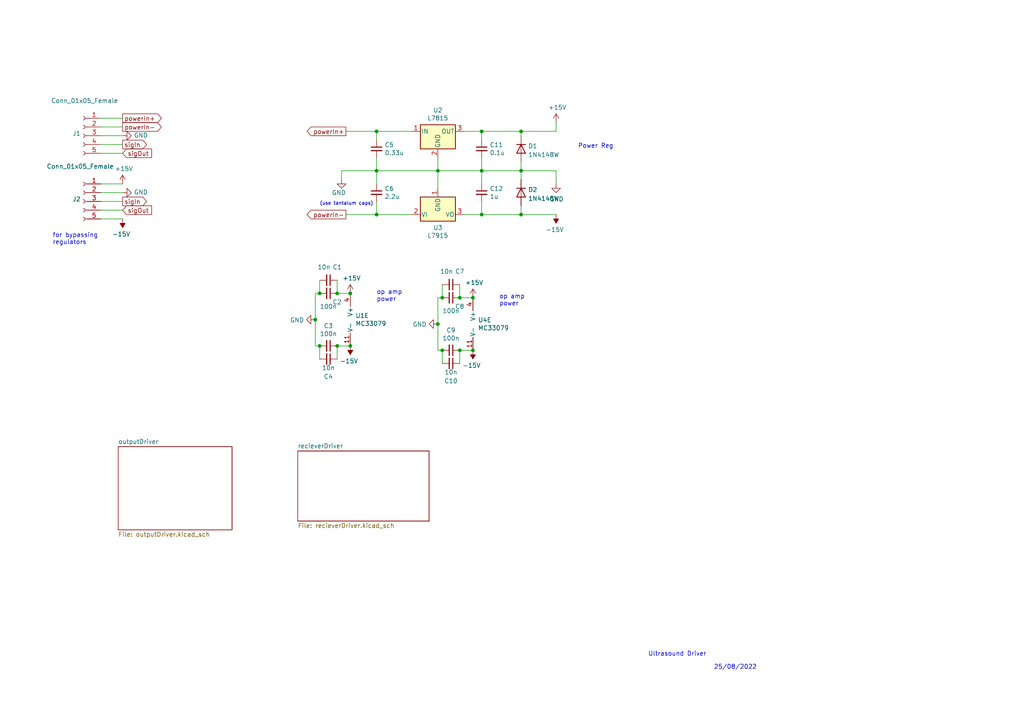
<source format=kicad_sch>
(kicad_sch (version 20211123) (generator eeschema)
  (paper "A4")
  (lib_symbols
    (symbol "Amplifier_Operational:MC33079" (pin_names (offset 0.127))
      (property "Reference" "U" (at 0 5.08 0))
      (property "Value" "MC33079" (at 0 -5.08 0))
      (symbol "MC33079_1_1"
        (polyline (pts (xy -5.08 5.08) (xy 5.08 0) (xy -5.08 -5.08) (xy -5.08 5.08)) (stroke (width 0.254)) (fill (type background)))
        (pin output line (at 7.62 0 180) (length 2.54) (name "~") (number "1"))
        (pin input line (at -7.62 -2.54 0) (length 2.54) (name "-") (number "2"))
        (pin input line (at -7.62 2.54 0) (length 2.54) (name "+") (number "3"))
      )
      (symbol "MC33079_2_1"
        (polyline (pts (xy -5.08 5.08) (xy 5.08 0) (xy -5.08 -5.08) (xy -5.08 5.08)) (stroke (width 0.254)) (fill (type background)))
        (pin input line (at -7.62 2.54 0) (length 2.54) (name "+") (number "5"))
        (pin input line (at -7.62 -2.54 0) (length 2.54) (name "-") (number "6"))
        (pin output line (at 7.62 0 180) (length 2.54) (name "~") (number "7"))
      )
      (symbol "MC33079_3_1"
        (polyline (pts (xy -5.08 5.08) (xy 5.08 0) (xy -5.08 -5.08) (xy -5.08 5.08)) (stroke (width 0.254)) (fill (type background)))
        (pin input line (at -7.62 2.54 0) (length 2.54) (name "+") (number "10"))
        (pin output line (at 7.62 0 180) (length 2.54) (name "~") (number "8"))
        (pin input line (at -7.62 -2.54 0) (length 2.54) (name "-") (number "9"))
      )
      (symbol "MC33079_4_1"
        (polyline (pts (xy -5.08 5.08) (xy 5.08 0) (xy -5.08 -5.08) (xy -5.08 5.08)) (stroke (width 0.254)) (fill (type background)))
        (pin input line (at -7.62 2.54 0) (length 2.54) (name "+") (number "12"))
        (pin input line (at -7.62 -2.54 0) (length 2.54) (name "-") (number "13"))
        (pin output line (at 7.62 0 180) (length 2.54) (name "~") (number "14"))
      )
      (symbol "MC33079_5_1"
        (pin power_in line (at -2.54 -7.62 90) (length 3.81) (name "V-") (number "11"))
        (pin power_in line (at -2.54 7.62 270) (length 3.81) (name "V+") (number "4"))
      )
    )
    (symbol "Connector:Conn_01x05_Female" (pin_names (offset 1.016) hide)
      (property "Reference" "J" (at 0 7.62 0))
      (property "Value" "Conn_01x05_Female" (at 0 -7.62 0))
      (symbol "Conn_01x05_Female_1_1"
        (arc (start 0 -4.572) (mid -0.508 -5.08) (end 0 -5.588) (stroke (width 0.1524)))
        (arc (start 0 -2.032) (mid -0.508 -2.54) (end 0 -3.048) (stroke (width 0.1524)))
        (polyline (pts (xy -1.27 -5.08) (xy -0.508 -5.08)) (stroke (width 0.1524)))
        (polyline (pts (xy -1.27 -2.54) (xy -0.508 -2.54)) (stroke (width 0.1524)))
        (polyline (pts (xy -1.27 0) (xy -0.508 0)) (stroke (width 0.1524)))
        (polyline (pts (xy -1.27 2.54) (xy -0.508 2.54)) (stroke (width 0.1524)))
        (polyline (pts (xy -1.27 5.08) (xy -0.508 5.08)) (stroke (width 0.1524)))
        (arc (start 0 0.508) (mid -0.508 0) (end 0 -0.508) (stroke (width 0.1524)))
        (arc (start 0 3.048) (mid -0.508 2.54) (end 0 2.032) (stroke (width 0.1524)))
        (arc (start 0 5.588) (mid -0.508 5.08) (end 0 4.572) (stroke (width 0.1524)))
        (pin passive line (at -5.08 5.08 0) (length 3.81) (name "Pin_1") (number "1"))
        (pin passive line (at -5.08 2.54 0) (length 3.81) (name "Pin_2") (number "2"))
        (pin passive line (at -5.08 0 0) (length 3.81) (name "Pin_3") (number "3"))
        (pin passive line (at -5.08 -2.54 0) (length 3.81) (name "Pin_4") (number "4"))
        (pin passive line (at -5.08 -5.08 0) (length 3.81) (name "Pin_5") (number "5"))
      )
    )
    (symbol "Device:C_Small" (pin_numbers hide) (pin_names (offset 0.254) hide)
      (property "Reference" "C" (at 0.254 1.778 0))
      (property "Value" "C_Small" (at 0.254 -2.032 0))
      (symbol "C_Small_0_1"
        (polyline (pts (xy -1.524 -0.508) (xy 1.524 -0.508)) (stroke (width 0.3302)))
        (polyline (pts (xy -1.524 0.508) (xy 1.524 0.508)) (stroke (width 0.3048)))
      )
      (symbol "C_Small_1_1"
        (pin passive line (at 0 2.54 270) (length 2.032) (name "~") (number "1"))
        (pin passive line (at 0 -2.54 90) (length 2.032) (name "~") (number "2"))
      )
    )
    (symbol "Diode:1N4148W" (pin_numbers hide) (pin_names hide)
      (property "Reference" "D" (at 0 2.54 0))
      (property "Value" "1N4148W" (at 0 -2.54 0))
      (symbol "1N4148W_0_1"
        (polyline (pts (xy -1.27 1.27) (xy -1.27 -1.27)) (stroke (width 0.254)))
        (polyline (pts (xy 1.27 0) (xy -1.27 0)))
        (polyline (pts (xy 1.27 1.27) (xy 1.27 -1.27) (xy -1.27 0) (xy 1.27 1.27)) (stroke (width 0.254)))
      )
      (symbol "1N4148W_1_1"
        (pin passive line (at -3.81 0 0) (length 2.54) (name "K") (number "1"))
        (pin passive line (at 3.81 0 180) (length 2.54) (name "A") (number "2"))
      )
    )
    (symbol "Regulator_Linear:L7815" (pin_names (offset 0.254))
      (property "Reference" "U" (at -3.81 3.175 0))
      (property "Value" "L7815" (at 0 3.175 0))
      (symbol "L7815_0_1"
        (rectangle (start -5.08 1.905) (end 5.08 -5.08) (stroke (width 0.254)) (fill (type background)))
      )
      (symbol "L7815_1_1"
        (pin power_in line (at -7.62 0 0) (length 2.54) (name "IN") (number "1"))
        (pin power_in line (at 0 -7.62 90) (length 2.54) (name "GND") (number "2"))
        (pin power_out line (at 7.62 0 180) (length 2.54) (name "OUT") (number "3"))
      )
    )
    (symbol "Regulator_Linear:L7915" (pin_names (offset 0.254))
      (property "Reference" "U" (at -3.81 -3.175 0))
      (property "Value" "L7915" (at 0 -3.175 0))
      (symbol "L7915_0_1"
        (rectangle (start -5.08 5.08) (end 5.08 -1.905) (stroke (width 0.254)) (fill (type background)))
      )
      (symbol "L7915_1_1"
        (pin power_in line (at 0 7.62 270) (length 2.54) (name "GND") (number "1"))
        (pin power_in line (at -7.62 0 0) (length 2.54) (name "VI") (number "2"))
        (pin power_out line (at 7.62 0 180) (length 2.54) (name "VO") (number "3"))
      )
    )
    (symbol "power:+15V" (power) (pin_names (offset 0))
      (property "Value" "+15V" (at 0 3.556 0))
      (symbol "+15V_0_1"
        (polyline (pts (xy -0.762 1.27) (xy 0 2.54)))
        (polyline (pts (xy 0 0) (xy 0 2.54)))
        (polyline (pts (xy 0 2.54) (xy 0.762 1.27)))
      )
      (symbol "+15V_1_1"
        (pin power_in line (at 0 0 90) (length 0) hide (name "+15V") (number "1"))
      )
    )
    (symbol "power:-15V" (power) (pin_names (offset 0))
      (property "Value" "-15V" (at 0 3.81 0))
      (symbol "-15V_0_0"
        (pin power_in line (at 0 0 90) (length 0) hide (name "-15V") (number "1"))
      )
      (symbol "-15V_0_1"
        (polyline (pts (xy 0 0) (xy 0 1.27) (xy 0.762 1.27) (xy 0 2.54) (xy -0.762 1.27) (xy 0 1.27)) (fill (type outline)))
      )
    )
    (symbol "power:GND" (power) (pin_names (offset 0))
      (property "Value" "GND" (at 0 -3.81 0))
      (symbol "GND_0_1"
        (polyline (pts (xy 0 0) (xy 0 -1.27) (xy 1.27 -1.27) (xy 0 -2.54) (xy -1.27 -1.27) (xy 0 -1.27)))
      )
      (symbol "GND_1_1"
        (pin power_in line (at 0 0 270) (length 0) hide (name "GND") (number "1"))
      )
    )
  )
  (junction (at 128.27 101.6))
  (junction (at 92.71 85.09))
  (junction (at 139.7 49.53))
  (junction (at 151.13 62.23))
  (junction (at 128.27 86.36))
  (junction (at 97.79 100.33))
  (junction (at 151.13 38.1))
  (junction (at 97.79 85.09))
  (junction (at 127 93.98))
  (junction (at 133.35 101.6))
  (junction (at 127 49.53))
  (junction (at 139.7 38.1))
  (junction (at 139.7 62.23))
  (junction (at 109.22 49.53))
  (junction (at 109.22 38.1))
  (junction (at 137.16 101.6))
  (junction (at 133.35 86.36))
  (junction (at 137.16 86.36))
  (junction (at 91.44 92.71))
  (junction (at 92.71 100.33))
  (junction (at 109.22 62.23))
  (junction (at 151.13 49.53))
  (junction (at 101.6 85.09))
  (junction (at 101.6 100.33))
  (wire (pts (xy 139.7 49.53) (xy 151.13 49.53)))
  (wire (pts (xy 91.44 100.33) (xy 91.44 92.71)))
  (wire (pts (xy 29.21 34.29) (xy 35.56 34.29)))
  (wire (pts (xy 101.6 85.09) (xy 97.79 85.09)))
  (wire (pts (xy 139.7 38.1) (xy 139.7 40.64)))
  (wire (pts (xy 29.21 39.37) (xy 35.56 39.37)))
  (wire (pts (xy 151.13 46.99) (xy 151.13 49.53)))
  (wire (pts (xy 128.27 105.41) (xy 128.27 101.6)))
  (wire (pts (xy 100.33 62.23) (xy 109.22 62.23)))
  (wire (pts (xy 151.13 38.1) (xy 151.13 39.37)))
  (wire (pts (xy 29.21 53.34) (xy 35.56 53.34)))
  (wire (pts (xy 151.13 62.23) (xy 139.7 62.23)))
  (wire (pts (xy 29.21 63.5) (xy 35.56 63.5)))
  (wire (pts (xy 137.16 101.6) (xy 133.35 101.6)))
  (wire (pts (xy 161.29 49.53) (xy 161.29 53.34)))
  (wire (pts (xy 139.7 38.1) (xy 151.13 38.1)))
  (wire (pts (xy 151.13 38.1) (xy 161.29 38.1)))
  (wire (pts (xy 134.62 62.23) (xy 139.7 62.23)))
  (wire (pts (xy 128.27 101.6) (xy 127 101.6)))
  (wire (pts (xy 97.79 81.28) (xy 97.79 85.09)))
  (wire (pts (xy 29.21 44.45) (xy 35.56 44.45)))
  (wire (pts (xy 127 49.53) (xy 139.7 49.53)))
  (wire (pts (xy 134.62 38.1) (xy 139.7 38.1)))
  (wire (pts (xy 91.44 85.09) (xy 92.71 85.09)))
  (wire (pts (xy 161.29 35.56) (xy 161.29 38.1)))
  (wire (pts (xy 92.71 104.14) (xy 92.71 100.33)))
  (wire (pts (xy 127 86.36) (xy 127 93.98)))
  (wire (pts (xy 109.22 49.53) (xy 99.06 49.53)))
  (wire (pts (xy 92.71 81.28) (xy 92.71 85.09)))
  (wire (pts (xy 109.22 58.42) (xy 109.22 62.23)))
  (wire (pts (xy 29.21 60.96) (xy 35.56 60.96)))
  (wire (pts (xy 151.13 49.53) (xy 161.29 49.53)))
  (wire (pts (xy 128.27 82.55) (xy 128.27 86.36)))
  (wire (pts (xy 109.22 45.72) (xy 109.22 49.53)))
  (wire (pts (xy 133.35 82.55) (xy 133.35 86.36)))
  (wire (pts (xy 127 101.6) (xy 127 93.98)))
  (wire (pts (xy 133.35 105.41) (xy 133.35 101.6)))
  (wire (pts (xy 139.7 58.42) (xy 139.7 62.23)))
  (wire (pts (xy 109.22 38.1) (xy 109.22 40.64)))
  (wire (pts (xy 97.79 104.14) (xy 97.79 100.33)))
  (wire (pts (xy 127 45.72) (xy 127 49.53)))
  (wire (pts (xy 151.13 59.69) (xy 151.13 62.23)))
  (wire (pts (xy 101.6 100.33) (xy 97.79 100.33)))
  (wire (pts (xy 137.16 86.36) (xy 133.35 86.36)))
  (wire (pts (xy 100.33 38.1) (xy 109.22 38.1)))
  (wire (pts (xy 35.56 41.91) (xy 29.21 41.91)))
  (wire (pts (xy 109.22 53.34) (xy 109.22 49.53)))
  (wire (pts (xy 92.71 100.33) (xy 91.44 100.33)))
  (wire (pts (xy 29.21 55.88) (xy 35.56 55.88)))
  (wire (pts (xy 139.7 49.53) (xy 139.7 53.34)))
  (wire (pts (xy 139.7 45.72) (xy 139.7 49.53)))
  (wire (pts (xy 109.22 49.53) (xy 127 49.53)))
  (wire (pts (xy 119.38 62.23) (xy 109.22 62.23)))
  (wire (pts (xy 35.56 36.83) (xy 29.21 36.83)))
  (wire (pts (xy 99.06 49.53) (xy 99.06 52.07)))
  (wire (pts (xy 127 86.36) (xy 128.27 86.36)))
  (wire (pts (xy 127 49.53) (xy 127 54.61)))
  (wire (pts (xy 161.29 62.23) (xy 151.13 62.23)))
  (wire (pts (xy 29.21 58.42) (xy 35.56 58.42)))
  (wire (pts (xy 109.22 38.1) (xy 119.38 38.1)))
  (wire (pts (xy 91.44 85.09) (xy 91.44 92.71)))
  (wire (pts (xy 151.13 49.53) (xy 151.13 52.07)))
  (text "for bypassing \nregulators" (at 15.24 71.12 0) (effects (font (size 1.27 1.27)) (justify left bottom)))
  (text "25/08/2022" (at 207.01 194.31 0) (effects (font (size 1.27 1.27)) (justify left bottom)))
  (text "(use tantalum caps)" (at 92.71 59.69 0) (effects (font (size 0.9906 0.9906)) (justify left bottom)))
  (text "Power Reg" (at 167.64 43.18 0) (effects (font (size 1.27 1.27)) (justify left bottom)))
  (text "Ultrasound Driver" (at 187.96 190.5 0) (effects (font (size 1.27 1.27)) (justify left bottom)))
  (text "op amp \npower" (at 144.78 88.9 0) (effects (font (size 1.27 1.27)) (justify left bottom)))
  (text "op amp \npower" (at 109.22 87.63 0) (effects (font (size 1.27 1.27)) (justify left bottom)))
  (global_label "sigIn" (shape output) (at 35.56 41.91 0) (property "Intersheet References" "${INTERSHEET_REFS}" (effects hide)))
  (global_label "powerIn-" (shape output) (at 35.56 36.83 0) (property "Intersheet References" "${INTERSHEET_REFS}" (effects hide)))
  (global_label "powerIn+" (shape output) (at 35.56 34.29 0) (property "Intersheet References" "${INTERSHEET_REFS}" (effects hide)))
  (global_label "powerIn-" (shape output) (at 100.33 62.23 180) (property "Intersheet References" "${INTERSHEET_REFS}" (effects hide)))
  (global_label "sigIn" (shape output) (at 35.56 58.42 0) (property "Intersheet References" "${INTERSHEET_REFS}" (effects hide)))
  (global_label "sigOut" (shape input) (at 35.56 60.96 0) (property "Intersheet References" "${INTERSHEET_REFS}" (effects hide)))
  (global_label "sigOut" (shape input) (at 35.56 44.45 0) (property "Intersheet References" "${INTERSHEET_REFS}" (effects hide)))
  (global_label "powerIn+" (shape output) (at 100.33 38.1 180) (property "Intersheet References" "${INTERSHEET_REFS}" (effects hide)))
  (symbol (lib_id "Connector:Conn_01x05_Female") (at 24.13 39.37 0) (mirror y) (unit 1)
    (property "Reference" "J1" (at 23.4188 38.7096 0) (effects (justify left)))
    (property "Value" "Conn_01x05_Female" (at 34.29 29.21 0) (effects (justify left)))
    (property "Footprint" "Connector_PinSocket_2.54mm:PinSocket_1x05_P2.54mm_Vertical" (effects hide))
  )
  (symbol (lib_id "power:GND") (at 35.56 39.37 90) (unit 1)
    (property "Reference" "#PWR01" (effects hide))
    (property "Value" "GND" (at 38.8112 39.243 90) (effects (justify right)))
  )
  (symbol (lib_id "power:+15V") (at 161.29 35.56 0) (unit 1)
    (property "Reference" "#PWR012" (effects hide))
    (property "Value" "+15V" (at 161.671 31.1658 0))
  )
  (symbol (lib_id "power:-15V") (at 161.29 62.23 180) (unit 1)
    (property "Reference" "#PWR014" (effects hide))
    (property "Value" "-15V" (at 160.909 66.6242 0))
  )
  (symbol (lib_id "Regulator_Linear:L7815") (at 127 38.1 0) (unit 1)
    (property "Reference" "U2" (at 127 31.9532 0))
    (property "Value" "L7815" (at 127 34.2646 0))
    (property "Footprint" "Package_TO_SOT_THT:TO-220-3_Horizontal_TabUp" (effects hide))
    (property "Datasheet" "http://www.st.com/content/ccc/resource/technical/document/datasheet/41/4f/b3/b0/12/d4/47/88/CD00000444.pdf/files/CD00000444.pdf/jcr:content/translations/en.CD00000444.pdf" (effects hide))
  )
  (symbol (lib_id "Regulator_Linear:L7915") (at 127 62.23 0) (unit 1)
    (property "Reference" "U3" (at 127 66.0146 0))
    (property "Value" "L7915" (at 127 68.326 0))
    (property "Footprint" "Package_TO_SOT_THT:TO-220-3_Horizontal_TabUp" (effects hide))
    (property "Datasheet" "http://www.st.com/content/ccc/resource/technical/document/datasheet/c9/16/86/41/c7/2b/45/f2/CD00000450.pdf/files/CD00000450.pdf/jcr:content/translations/en.CD00000450.pdf" (effects hide))
  )
  (symbol (lib_id "Device:C_Small") (at 109.22 43.18 0) (unit 1)
    (property "Reference" "C5" (at 111.5568 42.0116 0) (effects (justify left)))
    (property "Value" "0.33u" (at 111.5568 44.323 0) (effects (justify left)))
    (property "Footprint" "Capacitor_Tantalum_SMD:CP_EIA-3216-18_Kemet-A" (effects hide))
  )
  (symbol (lib_id "Device:C_Small") (at 109.22 55.88 0) (unit 1)
    (property "Reference" "C6" (at 111.5568 54.7116 0) (effects (justify left)))
    (property "Value" "2.2u" (at 111.5568 57.023 0) (effects (justify left)))
    (property "Footprint" "Capacitor_Tantalum_SMD:CP_EIA-3216-18_Kemet-A" (effects hide))
  )
  (symbol (lib_id "power:GND") (at 99.06 52.07 0) (unit 1)
    (property "Reference" "#PWR06" (effects hide))
    (property "Value" "GND" (at 100.33 55.88 0) (effects (justify right)))
  )
  (symbol (lib_id "Device:C_Small") (at 139.7 43.18 0) (unit 1)
    (property "Reference" "C11" (at 142.0368 42.0116 0) (effects (justify left)))
    (property "Value" "0.1u" (at 142.0368 44.323 0) (effects (justify left)))
    (property "Footprint" "Capacitor_Tantalum_SMD:CP_EIA-3216-18_Kemet-A" (effects hide))
  )
  (symbol (lib_id "Device:C_Small") (at 139.7 55.88 0) (unit 1)
    (property "Reference" "C12" (at 142.0368 54.7116 0) (effects (justify left)))
    (property "Value" "1u" (at 142.0368 57.023 0) (effects (justify left)))
    (property "Footprint" "Capacitor_Tantalum_SMD:CP_EIA-3216-18_Kemet-A" (effects hide))
  )
  (symbol (lib_id "power:GND") (at 161.29 53.34 0) (unit 1)
    (property "Reference" "#PWR013" (effects hide))
    (property "Value" "GND" (at 161.417 57.7342 0))
  )
  (symbol (lib_id "power:+15V") (at 35.56 53.34 0) (unit 1)
    (property "Reference" "#PWR02" (effects hide))
    (property "Value" "+15V" (at 35.941 48.9458 0))
  )
  (symbol (lib_id "power:-15V") (at 35.56 63.5 180) (unit 1)
    (property "Reference" "#PWR04" (effects hide))
    (property "Value" "-15V" (at 35.179 67.8942 0))
  )
  (symbol (lib_id "Connector:Conn_01x05_Female") (at 24.13 58.42 0) (mirror y) (unit 1)
    (property "Reference" "J2" (at 23.4188 57.7596 0) (effects (justify left)))
    (property "Value" "Conn_01x05_Female" (at 33.02 48.26 0) (effects (justify left)))
    (property "Footprint" "Connector_PinSocket_2.54mm:PinSocket_1x05_P2.54mm_Vertical" (effects hide))
  )
  (symbol (lib_id "power:GND") (at 35.56 55.88 90) (unit 1)
    (property "Reference" "#PWR03" (effects hide))
    (property "Value" "GND" (at 38.8112 55.753 90) (effects (justify right)))
  )
  (symbol (lib_id "Amplifier_Operational:MC33079") (at 104.14 92.71 0) (unit 5)
    (property "Reference" "U1" (at 103.0732 91.5416 0) (effects (justify left)))
    (property "Value" "MC33079" (at 103.0732 93.853 0) (effects (justify left)))
    (property "Footprint" "Package_SO:SOIC-14_3.9x8.7mm_P1.27mm" (effects hide))
    (property "Datasheet" "https://www.onsemi.com/pub/Collateral/MC33078-D.PDF" (effects hide))
  )
  (symbol (lib_id "power:+15V") (at 101.6 85.09 0) (unit 1)
    (property "Reference" "#PWR07" (effects hide))
    (property "Value" "+15V" (at 101.981 80.6958 0))
  )
  (symbol (lib_id "power:-15V") (at 101.6 100.33 180) (unit 1)
    (property "Reference" "#PWR08" (effects hide))
    (property "Value" "-15V" (at 101.219 104.7242 0))
  )
  (symbol (lib_id "Device:C_Small") (at 95.25 81.28 270) (unit 1)
    (property "Reference" "C1" (at 97.79 77.47 90))
    (property "Value" "10n" (at 93.98 77.47 90))
    (property "Footprint" "Capacitor_SMD:C_0603_1608Metric" (effects hide))
  )
  (symbol (lib_id "power:GND") (at 91.44 92.71 270) (unit 1)
    (property "Reference" "#PWR05" (effects hide))
    (property "Value" "GND" (at 88.1888 92.837 90) (effects (justify right)))
  )
  (symbol (lib_id "Device:C_Small") (at 95.25 85.09 270) (unit 1)
    (property "Reference" "C2" (at 97.79 87.63 90))
    (property "Value" "100n" (at 95.25 88.9 90))
    (property "Footprint" "Capacitor_SMD:C_0603_1608Metric" (effects hide))
  )
  (symbol (lib_id "Device:C_Small") (at 95.25 104.14 270) (unit 1)
    (property "Reference" "C4" (at 95.25 109.22 90))
    (property "Value" "10n" (at 95.25 106.68 90))
    (property "Footprint" "Capacitor_SMD:C_0603_1608Metric" (effects hide))
  )
  (symbol (lib_id "Device:C_Small") (at 95.25 100.33 270) (unit 1)
    (property "Reference" "C3" (at 95.25 94.5134 90))
    (property "Value" "100n" (at 95.25 96.8248 90))
    (property "Footprint" "Capacitor_SMD:C_0603_1608Metric" (effects hide))
  )
  (symbol (lib_id "Amplifier_Operational:MC33079") (at 139.7 93.98 0) (unit 5)
    (property "Reference" "U4" (at 138.6332 92.8116 0) (effects (justify left)))
    (property "Value" "MC33079" (at 138.6332 95.123 0) (effects (justify left)))
    (property "Footprint" "Package_SO:SOIC-14_3.9x8.7mm_P1.27mm" (effects hide))
    (property "Datasheet" "https://www.onsemi.com/pub/Collateral/MC33078-D.PDF" (effects hide))
  )
  (symbol (lib_id "power:+15V") (at 137.16 86.36 0) (unit 1)
    (property "Reference" "#PWR010" (effects hide))
    (property "Value" "+15V" (at 137.541 81.9658 0))
  )
  (symbol (lib_id "power:-15V") (at 137.16 101.6 180) (unit 1)
    (property "Reference" "#PWR011" (effects hide))
    (property "Value" "-15V" (at 136.779 105.9942 0))
  )
  (symbol (lib_id "power:GND") (at 127 93.98 270) (unit 1)
    (property "Reference" "#PWR09" (effects hide))
    (property "Value" "GND" (at 123.7488 94.107 90) (effects (justify right)))
  )
  (symbol (lib_id "Device:C_Small") (at 130.81 86.36 270) (unit 1)
    (property "Reference" "C8" (at 133.35 88.9 90))
    (property "Value" "100n" (at 130.81 90.17 90))
    (property "Footprint" "Capacitor_SMD:C_0603_1608Metric" (effects hide))
  )
  (symbol (lib_id "Device:C_Small") (at 130.81 101.6 270) (unit 1)
    (property "Reference" "C9" (at 130.81 95.7834 90))
    (property "Value" "100n" (at 130.81 98.0948 90))
    (property "Footprint" "Capacitor_SMD:C_0603_1608Metric" (effects hide))
  )
  (symbol (lib_id "Device:C_Small") (at 130.81 82.55 270) (unit 1)
    (property "Reference" "C7" (at 133.35 78.74 90))
    (property "Value" "10n" (at 129.54 78.74 90))
    (property "Footprint" "Capacitor_SMD:C_0603_1608Metric" (effects hide))
  )
  (symbol (lib_id "Device:C_Small") (at 130.81 105.41 270) (unit 1)
    (property "Reference" "C10" (at 130.81 110.49 90))
    (property "Value" "10n" (at 130.81 107.95 90))
    (property "Footprint" "Capacitor_SMD:C_0603_1608Metric" (effects hide))
  )
  (symbol (lib_id "Diode:1N4148W") (at 151.13 43.18 270) (unit 1)
    (property "Reference" "D1" (at 153.162 42.3453 90) (effects (justify left)))
    (property "Value" "1N4148W" (at 153.162 44.8822 90) (effects (justify left)))
    (property "Footprint" "Diode_SMD:D_SOD-123" (effects hide))
    (property "Datasheet" "https://www.vishay.com/docs/85748/1n4148w.pdf" (effects hide))
  )
  (symbol (lib_id "Diode:1N4148W") (at 151.13 55.88 270) (unit 1)
    (property "Reference" "D2" (at 153.162 55.0453 90) (effects (justify left)))
    (property "Value" "1N4148W" (at 153.162 57.5822 90) (effects (justify left)))
    (property "Footprint" "Diode_SMD:D_SOD-123" (effects hide))
    (property "Datasheet" "https://www.vishay.com/docs/85748/1n4148w.pdf" (effects hide))
  )
  (sheet (at 34.29 129.54) (size 33.02 24.13)
    (property "Sheet name" "outputDriver" (at 34.29 128.8284 0) (effects (justify left bottom)))
    (property "Sheet file" "outputDriver.kicad_sch" (at 34.29 154.2546 0) (effects (justify left top)))
  )
  (sheet (at 86.36 130.81) (size 38.1 20.32)
    (property "Sheet name" "recieverDriver" (at 86.36 130.0984 0) (effects (justify left bottom)))
    (property "Sheet file" "recieverDriver.kicad_sch" (at 86.36 151.7146 0) (effects (justify left top)))
  )
)
</source>
